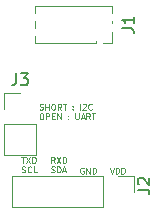
<source format=gbr>
%TF.GenerationSoftware,KiCad,Pcbnew,(6.0.4-0)*%
%TF.CreationDate,2022-10-31T16:38:18+09:00*%
%TF.ProjectId,pm2008-adapter-board,706d3230-3038-42d6-9164-61707465722d,V01*%
%TF.SameCoordinates,Original*%
%TF.FileFunction,Legend,Top*%
%TF.FilePolarity,Positive*%
%FSLAX46Y46*%
G04 Gerber Fmt 4.6, Leading zero omitted, Abs format (unit mm)*
G04 Created by KiCad (PCBNEW (6.0.4-0)) date 2022-10-31 16:38:18*
%MOMM*%
%LPD*%
G01*
G04 APERTURE LIST*
%ADD10C,0.075000*%
%ADD11C,0.150000*%
%ADD12C,0.120000*%
G04 APERTURE END LIST*
D10*
X144143988Y-101049880D02*
X144215416Y-101073690D01*
X144334464Y-101073690D01*
X144382083Y-101049880D01*
X144405892Y-101026071D01*
X144429702Y-100978452D01*
X144429702Y-100930833D01*
X144405892Y-100883214D01*
X144382083Y-100859404D01*
X144334464Y-100835595D01*
X144239226Y-100811785D01*
X144191607Y-100787976D01*
X144167797Y-100764166D01*
X144143988Y-100716547D01*
X144143988Y-100668928D01*
X144167797Y-100621309D01*
X144191607Y-100597500D01*
X144239226Y-100573690D01*
X144358273Y-100573690D01*
X144429702Y-100597500D01*
X144643988Y-101073690D02*
X144643988Y-100573690D01*
X144643988Y-100811785D02*
X144929702Y-100811785D01*
X144929702Y-101073690D02*
X144929702Y-100573690D01*
X145263035Y-100573690D02*
X145358273Y-100573690D01*
X145405892Y-100597500D01*
X145453511Y-100645119D01*
X145477321Y-100740357D01*
X145477321Y-100907023D01*
X145453511Y-101002261D01*
X145405892Y-101049880D01*
X145358273Y-101073690D01*
X145263035Y-101073690D01*
X145215416Y-101049880D01*
X145167797Y-101002261D01*
X145143988Y-100907023D01*
X145143988Y-100740357D01*
X145167797Y-100645119D01*
X145215416Y-100597500D01*
X145263035Y-100573690D01*
X145977321Y-101073690D02*
X145810654Y-100835595D01*
X145691607Y-101073690D02*
X145691607Y-100573690D01*
X145882083Y-100573690D01*
X145929702Y-100597500D01*
X145953511Y-100621309D01*
X145977321Y-100668928D01*
X145977321Y-100740357D01*
X145953511Y-100787976D01*
X145929702Y-100811785D01*
X145882083Y-100835595D01*
X145691607Y-100835595D01*
X146120178Y-100573690D02*
X146405892Y-100573690D01*
X146263035Y-101073690D02*
X146263035Y-100573690D01*
X146953511Y-101026071D02*
X146977321Y-101049880D01*
X146953511Y-101073690D01*
X146929702Y-101049880D01*
X146953511Y-101026071D01*
X146953511Y-101073690D01*
X146953511Y-100764166D02*
X146977321Y-100787976D01*
X146953511Y-100811785D01*
X146929702Y-100787976D01*
X146953511Y-100764166D01*
X146953511Y-100811785D01*
X147572559Y-101073690D02*
X147572559Y-100573690D01*
X147786845Y-100621309D02*
X147810654Y-100597500D01*
X147858273Y-100573690D01*
X147977321Y-100573690D01*
X148024940Y-100597500D01*
X148048750Y-100621309D01*
X148072559Y-100668928D01*
X148072559Y-100716547D01*
X148048750Y-100787976D01*
X147763035Y-101073690D01*
X148072559Y-101073690D01*
X148572559Y-101026071D02*
X148548750Y-101049880D01*
X148477321Y-101073690D01*
X148429702Y-101073690D01*
X148358273Y-101049880D01*
X148310654Y-101002261D01*
X148286845Y-100954642D01*
X148263035Y-100859404D01*
X148263035Y-100787976D01*
X148286845Y-100692738D01*
X148310654Y-100645119D01*
X148358273Y-100597500D01*
X148429702Y-100573690D01*
X148477321Y-100573690D01*
X148548750Y-100597500D01*
X148572559Y-100621309D01*
X144263035Y-101378690D02*
X144358273Y-101378690D01*
X144405892Y-101402500D01*
X144453511Y-101450119D01*
X144477321Y-101545357D01*
X144477321Y-101712023D01*
X144453511Y-101807261D01*
X144405892Y-101854880D01*
X144358273Y-101878690D01*
X144263035Y-101878690D01*
X144215416Y-101854880D01*
X144167797Y-101807261D01*
X144143988Y-101712023D01*
X144143988Y-101545357D01*
X144167797Y-101450119D01*
X144215416Y-101402500D01*
X144263035Y-101378690D01*
X144691607Y-101878690D02*
X144691607Y-101378690D01*
X144882083Y-101378690D01*
X144929702Y-101402500D01*
X144953511Y-101426309D01*
X144977321Y-101473928D01*
X144977321Y-101545357D01*
X144953511Y-101592976D01*
X144929702Y-101616785D01*
X144882083Y-101640595D01*
X144691607Y-101640595D01*
X145191607Y-101616785D02*
X145358273Y-101616785D01*
X145429702Y-101878690D02*
X145191607Y-101878690D01*
X145191607Y-101378690D01*
X145429702Y-101378690D01*
X145643988Y-101878690D02*
X145643988Y-101378690D01*
X145929702Y-101878690D01*
X145929702Y-101378690D01*
X146548750Y-101831071D02*
X146572559Y-101854880D01*
X146548750Y-101878690D01*
X146524940Y-101854880D01*
X146548750Y-101831071D01*
X146548750Y-101878690D01*
X146548750Y-101569166D02*
X146572559Y-101592976D01*
X146548750Y-101616785D01*
X146524940Y-101592976D01*
X146548750Y-101569166D01*
X146548750Y-101616785D01*
X147167797Y-101378690D02*
X147167797Y-101783452D01*
X147191607Y-101831071D01*
X147215416Y-101854880D01*
X147263035Y-101878690D01*
X147358273Y-101878690D01*
X147405892Y-101854880D01*
X147429702Y-101831071D01*
X147453511Y-101783452D01*
X147453511Y-101378690D01*
X147667797Y-101735833D02*
X147905892Y-101735833D01*
X147620178Y-101878690D02*
X147786845Y-101378690D01*
X147953511Y-101878690D01*
X148405892Y-101878690D02*
X148239226Y-101640595D01*
X148120178Y-101878690D02*
X148120178Y-101378690D01*
X148310654Y-101378690D01*
X148358273Y-101402500D01*
X148382083Y-101426309D01*
X148405892Y-101473928D01*
X148405892Y-101545357D01*
X148382083Y-101592976D01*
X148358273Y-101616785D01*
X148310654Y-101640595D01*
X148120178Y-101640595D01*
X148548750Y-101378690D02*
X148834464Y-101378690D01*
X148691607Y-101878690D02*
X148691607Y-101378690D01*
X145416666Y-105573690D02*
X145250000Y-105335595D01*
X145130952Y-105573690D02*
X145130952Y-105073690D01*
X145321428Y-105073690D01*
X145369047Y-105097500D01*
X145392857Y-105121309D01*
X145416666Y-105168928D01*
X145416666Y-105240357D01*
X145392857Y-105287976D01*
X145369047Y-105311785D01*
X145321428Y-105335595D01*
X145130952Y-105335595D01*
X145583333Y-105073690D02*
X145916666Y-105573690D01*
X145916666Y-105073690D02*
X145583333Y-105573690D01*
X146107142Y-105573690D02*
X146107142Y-105073690D01*
X146226190Y-105073690D01*
X146297619Y-105097500D01*
X146345238Y-105145119D01*
X146369047Y-105192738D01*
X146392857Y-105287976D01*
X146392857Y-105359404D01*
X146369047Y-105454642D01*
X146345238Y-105502261D01*
X146297619Y-105549880D01*
X146226190Y-105573690D01*
X146107142Y-105573690D01*
X145142857Y-106354880D02*
X145214285Y-106378690D01*
X145333333Y-106378690D01*
X145380952Y-106354880D01*
X145404761Y-106331071D01*
X145428571Y-106283452D01*
X145428571Y-106235833D01*
X145404761Y-106188214D01*
X145380952Y-106164404D01*
X145333333Y-106140595D01*
X145238095Y-106116785D01*
X145190476Y-106092976D01*
X145166666Y-106069166D01*
X145142857Y-106021547D01*
X145142857Y-105973928D01*
X145166666Y-105926309D01*
X145190476Y-105902500D01*
X145238095Y-105878690D01*
X145357142Y-105878690D01*
X145428571Y-105902500D01*
X145642857Y-106378690D02*
X145642857Y-105878690D01*
X145761904Y-105878690D01*
X145833333Y-105902500D01*
X145880952Y-105950119D01*
X145904761Y-105997738D01*
X145928571Y-106092976D01*
X145928571Y-106164404D01*
X145904761Y-106259642D01*
X145880952Y-106307261D01*
X145833333Y-106354880D01*
X145761904Y-106378690D01*
X145642857Y-106378690D01*
X146119047Y-106235833D02*
X146357142Y-106235833D01*
X146071428Y-106378690D02*
X146238095Y-105878690D01*
X146404761Y-106378690D01*
X150083333Y-105976190D02*
X150250000Y-106476190D01*
X150416666Y-105976190D01*
X150583333Y-106476190D02*
X150583333Y-105976190D01*
X150702380Y-105976190D01*
X150773809Y-106000000D01*
X150821428Y-106047619D01*
X150845238Y-106095238D01*
X150869047Y-106190476D01*
X150869047Y-106261904D01*
X150845238Y-106357142D01*
X150821428Y-106404761D01*
X150773809Y-106452380D01*
X150702380Y-106476190D01*
X150583333Y-106476190D01*
X151083333Y-106476190D02*
X151083333Y-105976190D01*
X151202380Y-105976190D01*
X151273809Y-106000000D01*
X151321428Y-106047619D01*
X151345238Y-106095238D01*
X151369047Y-106190476D01*
X151369047Y-106261904D01*
X151345238Y-106357142D01*
X151321428Y-106404761D01*
X151273809Y-106452380D01*
X151202380Y-106476190D01*
X151083333Y-106476190D01*
X142619047Y-105073690D02*
X142904761Y-105073690D01*
X142761904Y-105573690D02*
X142761904Y-105073690D01*
X143023809Y-105073690D02*
X143357142Y-105573690D01*
X143357142Y-105073690D02*
X143023809Y-105573690D01*
X143547619Y-105573690D02*
X143547619Y-105073690D01*
X143666666Y-105073690D01*
X143738095Y-105097500D01*
X143785714Y-105145119D01*
X143809523Y-105192738D01*
X143833333Y-105287976D01*
X143833333Y-105359404D01*
X143809523Y-105454642D01*
X143785714Y-105502261D01*
X143738095Y-105549880D01*
X143666666Y-105573690D01*
X143547619Y-105573690D01*
X142654761Y-106354880D02*
X142726190Y-106378690D01*
X142845238Y-106378690D01*
X142892857Y-106354880D01*
X142916666Y-106331071D01*
X142940476Y-106283452D01*
X142940476Y-106235833D01*
X142916666Y-106188214D01*
X142892857Y-106164404D01*
X142845238Y-106140595D01*
X142750000Y-106116785D01*
X142702380Y-106092976D01*
X142678571Y-106069166D01*
X142654761Y-106021547D01*
X142654761Y-105973928D01*
X142678571Y-105926309D01*
X142702380Y-105902500D01*
X142750000Y-105878690D01*
X142869047Y-105878690D01*
X142940476Y-105902500D01*
X143440476Y-106331071D02*
X143416666Y-106354880D01*
X143345238Y-106378690D01*
X143297619Y-106378690D01*
X143226190Y-106354880D01*
X143178571Y-106307261D01*
X143154761Y-106259642D01*
X143130952Y-106164404D01*
X143130952Y-106092976D01*
X143154761Y-105997738D01*
X143178571Y-105950119D01*
X143226190Y-105902500D01*
X143297619Y-105878690D01*
X143345238Y-105878690D01*
X143416666Y-105902500D01*
X143440476Y-105926309D01*
X143892857Y-106378690D02*
X143654761Y-106378690D01*
X143654761Y-105878690D01*
X147869047Y-106000000D02*
X147821428Y-105976190D01*
X147750000Y-105976190D01*
X147678571Y-106000000D01*
X147630952Y-106047619D01*
X147607142Y-106095238D01*
X147583333Y-106190476D01*
X147583333Y-106261904D01*
X147607142Y-106357142D01*
X147630952Y-106404761D01*
X147678571Y-106452380D01*
X147750000Y-106476190D01*
X147797619Y-106476190D01*
X147869047Y-106452380D01*
X147892857Y-106428571D01*
X147892857Y-106261904D01*
X147797619Y-106261904D01*
X148107142Y-106476190D02*
X148107142Y-105976190D01*
X148392857Y-106476190D01*
X148392857Y-105976190D01*
X148630952Y-106476190D02*
X148630952Y-105976190D01*
X148750000Y-105976190D01*
X148821428Y-106000000D01*
X148869047Y-106047619D01*
X148892857Y-106095238D01*
X148916666Y-106190476D01*
X148916666Y-106261904D01*
X148892857Y-106357142D01*
X148869047Y-106404761D01*
X148821428Y-106452380D01*
X148750000Y-106476190D01*
X148630952Y-106476190D01*
D11*
%TO.C,J1*%
X151137380Y-94198333D02*
X151851666Y-94198333D01*
X151994523Y-94245952D01*
X152089761Y-94341190D01*
X152137380Y-94484047D01*
X152137380Y-94579285D01*
X152137380Y-93198333D02*
X152137380Y-93769761D01*
X152137380Y-93484047D02*
X151137380Y-93484047D01*
X151280238Y-93579285D01*
X151375476Y-93674523D01*
X151423095Y-93769761D01*
%TO.C,J3*%
X142166666Y-97992380D02*
X142166666Y-98706666D01*
X142119047Y-98849523D01*
X142023809Y-98944761D01*
X141880952Y-98992380D01*
X141785714Y-98992380D01*
X142547619Y-97992380D02*
X143166666Y-97992380D01*
X142833333Y-98373333D01*
X142976190Y-98373333D01*
X143071428Y-98420952D01*
X143119047Y-98468571D01*
X143166666Y-98563809D01*
X143166666Y-98801904D01*
X143119047Y-98897142D01*
X143071428Y-98944761D01*
X142976190Y-98992380D01*
X142690476Y-98992380D01*
X142595238Y-98944761D01*
X142547619Y-98897142D01*
%TO.C,J2*%
X152452380Y-107833333D02*
X153166666Y-107833333D01*
X153309523Y-107880952D01*
X153404761Y-107976190D01*
X153452380Y-108119047D01*
X153452380Y-108214285D01*
X152547619Y-107404761D02*
X152500000Y-107357142D01*
X152452380Y-107261904D01*
X152452380Y-107023809D01*
X152500000Y-106928571D01*
X152547619Y-106880952D01*
X152642857Y-106833333D01*
X152738095Y-106833333D01*
X152880952Y-106880952D01*
X153452380Y-107452380D01*
X153452380Y-106833333D01*
D12*
%TO.C,J1*%
X143775000Y-92280000D02*
X143775000Y-92922470D01*
X143775000Y-94807530D02*
X143775000Y-95450000D01*
X148915000Y-95260000D02*
X148915000Y-95450000D01*
X143775000Y-93537530D02*
X143775000Y-94192470D01*
X150310000Y-95450000D02*
X149550000Y-95450000D01*
X148915000Y-95450000D02*
X143775000Y-95450000D01*
X150310000Y-94500000D02*
X150310000Y-95450000D01*
X150245000Y-93537530D02*
X150245000Y-93740000D01*
X150245000Y-92280000D02*
X150245000Y-92922470D01*
X150245000Y-92280000D02*
X143775000Y-92280000D01*
%TO.C,J3*%
X141170000Y-102270000D02*
X141170000Y-104870000D01*
X143830000Y-102270000D02*
X143830000Y-104870000D01*
X141170000Y-99670000D02*
X142500000Y-99670000D01*
X141170000Y-104870000D02*
X143830000Y-104870000D01*
X141170000Y-101000000D02*
X141170000Y-99670000D01*
X141170000Y-102270000D02*
X143830000Y-102270000D01*
%TO.C,J2*%
X141850000Y-106670000D02*
X141850000Y-109330000D01*
X149530000Y-106670000D02*
X149530000Y-109330000D01*
X150800000Y-106670000D02*
X152130000Y-106670000D01*
X149530000Y-109330000D02*
X141850000Y-109330000D01*
X152130000Y-106670000D02*
X152130000Y-108000000D01*
X149530000Y-106670000D02*
X141850000Y-106670000D01*
%TD*%
M02*

</source>
